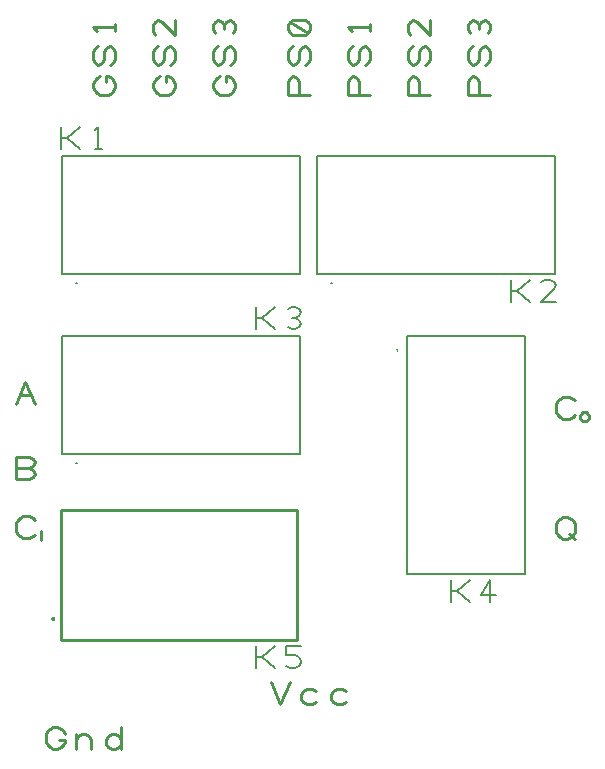
<source format=gbr>
G04 EasyPC Gerber Version 21.0.3 Build 4286 *
G04 #@! TF.Part,Single*
G04 #@! TF.FileFunction,Legend,Top *
G04 #@! TF.FilePolarity,Positive *
%FSLAX35Y35*%
%MOIN*%
%ADD12C,0.00500*%
%ADD11C,0.00787*%
%ADD10C,0.01000*%
X0Y0D02*
D02*
D10*
X26500Y78675D02*
X25875Y78050D01*
X24625Y77425*
X22750*
X21500Y78050*
X20875Y78675*
X20250Y79925*
Y82425*
X20875Y83675*
X21500Y84300*
X22750Y84925*
X24625*
X25875Y84300*
X26500Y83675*
X24625Y100875D02*
X25875Y100250D01*
X26500Y99000*
X25875Y97750*
X24625Y97125*
X20250*
Y104625*
X24625*
X25875Y104000*
X26500Y102750*
X25875Y101500*
X24625Y100875*
X20250*
Y122125D02*
X23375Y129625D01*
X26500Y122125*
X21500Y125250D02*
X25250D01*
X28750Y76875D02*
Y79875D01*
Y81000D02*
X34625Y10250*
X36500D01*
Y9625*
X35875Y8375*
X35250Y7750*
X34000Y7125*
X32750*
X31500Y7750*
X30875Y8375*
X30250Y9625*
Y12125*
X30875Y13375*
X31500Y14000*
X32750Y14625*
X34000*
X35250Y14000*
X35875Y13375*
X36500Y12125*
X40250Y7125D02*
Y12125D01*
Y10250D02*
X40875Y11500D01*
X42125Y12125*
X43375*
X44625Y11500*
X45250Y10250*
Y7125*
X55250Y10250D02*
X54625Y11500D01*
X53375Y12125*
X52125*
X50875Y11500*
X50250Y10250*
Y9000*
X50875Y7750*
X52125Y7125*
X53375*
X54625Y7750*
X55250Y9000*
Y7125D02*
Y14625D01*
X33022Y50506D02*
G75*
G02X32281I-370D01*
G01*
X33022D02*
G75*
G02X32281I-370D01*
G01*
G75*
G02X33022I370*
G01*
X35250Y43596D02*
Y86904D01*
X113990*
Y43596*
X35250*
X50250Y229625D02*
Y231500D01*
X50875*
X52125Y230875*
X52750Y230250*
X53375Y229000*
Y227750*
X52750Y226500*
X52125Y225875*
X50875Y225250*
X48375*
X47125Y225875*
X46500Y226500*
X45875Y227750*
Y229000*
X46500Y230250*
X47125Y230875*
X48375Y231500*
X51500Y235250D02*
X52750Y235875D01*
X53375Y237125*
Y239625*
X52750Y240875*
X51500Y241500*
X50250Y240875*
X49625Y239625*
Y237125*
X49000Y235875*
X47750Y235250*
X46500Y235875*
X45875Y237125*
Y239625*
X46500Y240875*
X47750Y241500*
X53375Y246500D02*
Y249000D01*
Y247750D02*
X45875D01*
X47125Y246500*
X70250Y229625D02*
Y231500D01*
X70875*
X72125Y230875*
X72750Y230250*
X73375Y229000*
Y227750*
X72750Y226500*
X72125Y225875*
X70875Y225250*
X68375*
X67125Y225875*
X66500Y226500*
X65875Y227750*
Y229000*
X66500Y230250*
X67125Y230875*
X68375Y231500*
X71500Y235250D02*
X72750Y235875D01*
X73375Y237125*
Y239625*
X72750Y240875*
X71500Y241500*
X70250Y240875*
X69625Y239625*
Y237125*
X69000Y235875*
X67750Y235250*
X66500Y235875*
X65875Y237125*
Y239625*
X66500Y240875*
X67750Y241500*
X73375Y250250D02*
Y245250D01*
X69000Y249625*
X67750Y250250*
X66500Y249625*
X65875Y248375*
Y246500*
X66500Y245250*
X90250Y229625D02*
Y231500D01*
X90875*
X92125Y230875*
X92750Y230250*
X93375Y229000*
Y227750*
X92750Y226500*
X92125Y225875*
X90875Y225250*
X88375*
X87125Y225875*
X86500Y226500*
X85875Y227750*
Y229000*
X86500Y230250*
X87125Y230875*
X88375Y231500*
X91500Y235250D02*
X92750Y235875D01*
X93375Y237125*
Y239625*
X92750Y240875*
X91500Y241500*
X90250Y240875*
X89625Y239625*
Y237125*
X89000Y235875*
X87750Y235250*
X86500Y235875*
X85875Y237125*
Y239625*
X86500Y240875*
X87750Y241500*
X92750Y245875D02*
X93375Y247125D01*
Y248375*
X92750Y249625*
X91500Y250250*
X90250Y249625*
X89625Y248375*
Y247125*
Y248375D02*
X89000Y249625D01*
X87750Y250250*
X86500Y249625*
X85875Y248375*
Y247125*
X86500Y245875*
X105250Y29625D02*
X108375Y22125D01*
X111500Y29625*
X120250Y26500D02*
X119000Y27125D01*
X117125*
X115875Y26500*
X115250Y25250*
Y24000*
X115875Y22750*
X117125Y22125*
X119000*
X120250Y22750*
X130250Y26500D02*
X129000Y27125D01*
X127125*
X125875Y26500*
X125250Y25250*
Y24000*
X125875Y22750*
X127125Y22125*
X129000*
X130250Y22750*
X118375Y225250D02*
X110875D01*
Y229625*
X111500Y230875*
X112750Y231500*
X114000Y230875*
X114625Y229625*
Y225250*
X116500Y235250D02*
X117750Y235875D01*
X118375Y237125*
Y239625*
X117750Y240875*
X116500Y241500*
X115250Y240875*
X114625Y239625*
Y237125*
X114000Y235875*
X112750Y235250*
X111500Y235875*
X110875Y237125*
Y239625*
X111500Y240875*
X112750Y241500*
X117750Y245875D02*
X118375Y247125D01*
Y248375*
X117750Y249625*
X116500Y250250*
X112750*
X111500Y249625*
X110875Y248375*
Y247125*
X111500Y245875*
X112750Y245250*
X116500*
X117750Y245875*
X111500Y249625*
X138375Y225250D02*
X130875D01*
Y229625*
X131500Y230875*
X132750Y231500*
X134000Y230875*
X134625Y229625*
Y225250*
X136500Y235250D02*
X137750Y235875D01*
X138375Y237125*
Y239625*
X137750Y240875*
X136500Y241500*
X135250Y240875*
X134625Y239625*
Y237125*
X134000Y235875*
X132750Y235250*
X131500Y235875*
X130875Y237125*
Y239625*
X131500Y240875*
X132750Y241500*
X138375Y246500D02*
Y249000D01*
Y247750D02*
X130875D01*
X132125Y246500*
X158375Y225250D02*
X150875D01*
Y229625*
X151500Y230875*
X152750Y231500*
X154000Y230875*
X154625Y229625*
Y225250*
X156500Y235250D02*
X157750Y235875D01*
X158375Y237125*
Y239625*
X157750Y240875*
X156500Y241500*
X155250Y240875*
X154625Y239625*
Y237125*
X154000Y235875*
X152750Y235250*
X151500Y235875*
X150875Y237125*
Y239625*
X151500Y240875*
X152750Y241500*
X158375Y250250D02*
Y245250D01*
X154000Y249625*
X152750Y250250*
X151500Y249625*
X150875Y248375*
Y246500*
X151500Y245250*
X178375Y225250D02*
X170875D01*
Y229625*
X171500Y230875*
X172750Y231500*
X174000Y230875*
X174625Y229625*
Y225250*
X176500Y235250D02*
X177750Y235875D01*
X178375Y237125*
Y239625*
X177750Y240875*
X176500Y241500*
X175250Y240875*
X174625Y239625*
Y237125*
X174000Y235875*
X172750Y235250*
X171500Y235875*
X170875Y237125*
Y239625*
X171500Y240875*
X172750Y241500*
X177750Y245875D02*
X178375Y247125D01*
Y248375*
X177750Y249625*
X176500Y250250*
X175250Y249625*
X174625Y248375*
Y247125*
Y248375D02*
X174000Y249625D01*
X172750Y250250*
X171500Y249625*
X170875Y248375*
Y247125*
X171500Y245875*
X200250Y79625D02*
Y82125D01*
X200875Y83375*
X201500Y84000*
X202750Y84625*
X204000*
X205250Y84000*
X205875Y83375*
X206500Y82125*
Y79625*
X205875Y78375*
X205250Y77750*
X204000Y77125*
X202750*
X201500Y77750*
X200875Y78375*
X200250Y79625*
X204625Y79000D02*
X206500Y77125D01*
Y118375D02*
X205875Y117750D01*
X204625Y117125*
X202750*
X201500Y117750*
X200875Y118375*
X200250Y119625*
Y122125*
X200875Y123375*
X201500Y124000*
X202750Y124625*
X204625*
X205875Y124000*
X206500Y123375*
X208250Y117500D02*
X208625Y116750D01*
X209375Y116375*
X210125*
X210875Y116750*
X211250Y117500*
Y118250*
X210875Y119000*
X210125Y119375*
X209375*
X208625Y119000*
X208250Y118250*
Y117500*
D02*
D11*
X35565Y105565D02*
Y144935D01*
X115093*
Y105565*
X35565*
Y165565D02*
Y204935D01*
X115093*
Y165565*
X35565*
X40652Y102384D02*
G75*
G02X40163I-244D01*
G01*
X40652D02*
G75*
G02X40163I-244D01*
G01*
G75*
G02X40652I244*
G01*
Y162384D02*
G75*
G02X40163I-244D01*
G01*
X40652D02*
G75*
G02X40163I-244D01*
G01*
G75*
G02X40652I244*
G01*
X120565Y165565D02*
Y204935D01*
X200093*
Y165565*
X120565*
X125652Y162384D02*
G75*
G02X125163I-244D01*
G01*
X125652D02*
G75*
G02X125163I-244D01*
G01*
G75*
G02X125652I244*
G01*
X147384Y139848D02*
G75*
G02Y140337J244D01*
G01*
Y139848D02*
G75*
G02Y140337J244D01*
G01*
G75*
G02Y139848J-244*
G01*
X150565Y144935D02*
X189935D01*
Y65407*
X150565*
Y144935*
D02*
D12*
X35250Y207125D02*
Y214625D01*
Y210875D02*
X37125D01*
X41500Y214625*
X37125Y210875D02*
X41500Y207125D01*
X46500D02*
X49000D01*
X47750D02*
Y214625D01*
X46500Y213375*
X100250Y34125D02*
Y41625D01*
Y37875D02*
X102125D01*
X106500Y41625*
X102125Y37875D02*
X106500Y34125D01*
X110250Y34750D02*
X111500Y34125D01*
X113375*
X114625Y34750*
X115250Y36000*
Y36625*
X114625Y37875*
X113375Y38500*
X110250*
Y41625*
X115250*
X100250Y147125D02*
Y154625D01*
Y150875D02*
X102125D01*
X106500Y154625*
X102125Y150875D02*
X106500Y147125D01*
X110875Y147750D02*
X112125Y147125D01*
X113375*
X114625Y147750*
X115250Y149000*
X114625Y150250*
X113375Y150875*
X112125*
X113375D02*
X114625Y151500D01*
X115250Y152750*
X114625Y154000*
X113375Y154625*
X112125*
X110875Y154000*
X165250Y56125D02*
Y63625D01*
Y59875D02*
X167125D01*
X171500Y63625*
X167125Y59875D02*
X171500Y56125D01*
X178375D02*
Y63625D01*
X175250Y58625*
X180250*
X185250Y156125D02*
Y163625D01*
Y159875D02*
X187125D01*
X191500Y163625*
X187125Y159875D02*
X191500Y156125D01*
X200250D02*
X195250D01*
X199625Y160500*
X200250Y161750*
X199625Y163000*
X198375Y163625*
X196500*
X195250Y163000*
X0Y0D02*
M02*

</source>
